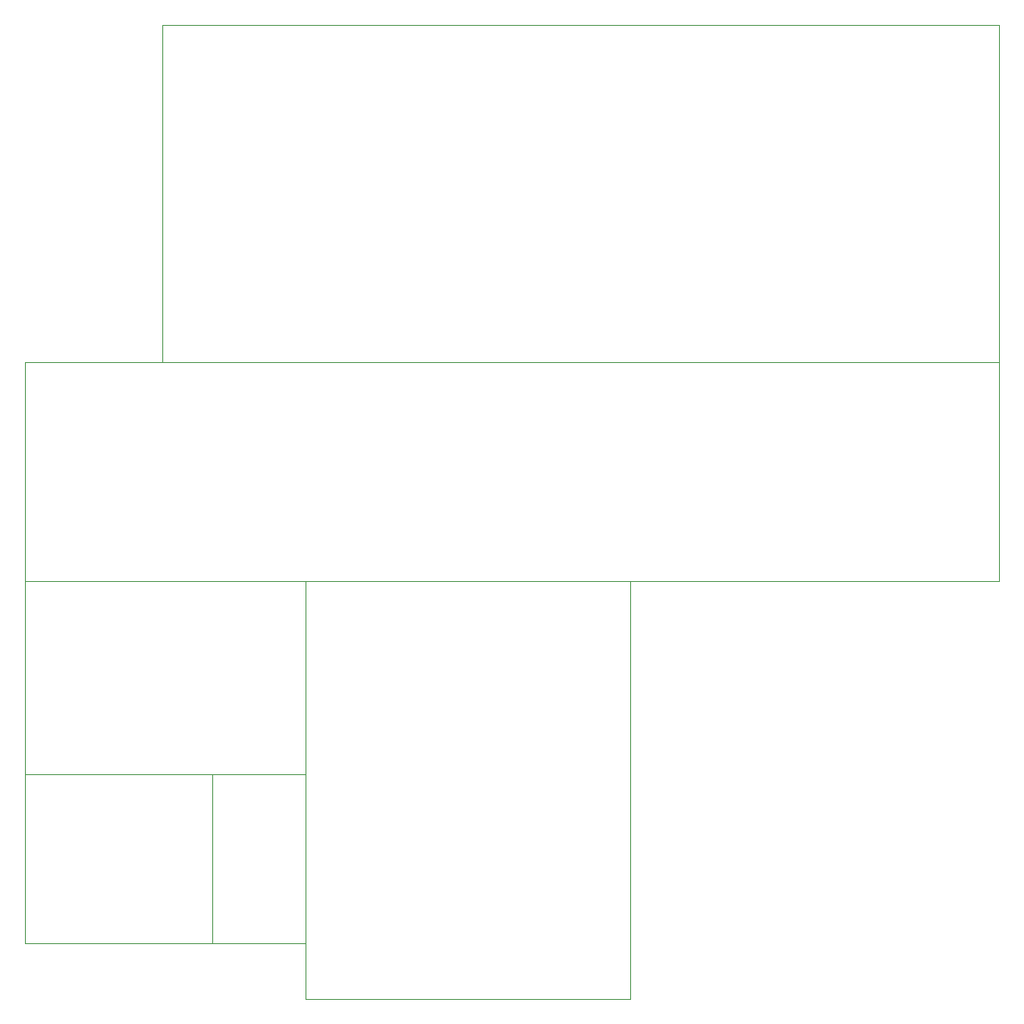
<source format=gbr>
G04 (created by PCBNEW (2013-07-07 BZR 4022)-stable) date 2014-10-27 00:32:54*
%MOIN*%
G04 Gerber Fmt 3.4, Leading zero omitted, Abs format*
%FSLAX34Y34*%
G01*
G70*
G90*
G04 APERTURE LIST*
%ADD10C,0.00590551*%
%ADD11C,0.00393701*%
G04 APERTURE END LIST*
G54D10*
G54D11*
X32250Y-44000D02*
X19250Y-44000D01*
X47000Y-18500D02*
X47000Y-27250D01*
X47000Y-5000D02*
X47000Y-18500D01*
X8000Y-27250D02*
X8000Y-27000D01*
X8000Y-41750D02*
X8000Y-27250D01*
X15500Y-41750D02*
X19250Y-41750D01*
X32250Y-44000D02*
X32250Y-27250D01*
X19250Y-44000D02*
X19250Y-43750D01*
X19250Y-35000D02*
X19250Y-44000D01*
X15500Y-41750D02*
X8000Y-41750D01*
X15500Y-41500D02*
X15500Y-41750D01*
X15500Y-35000D02*
X15500Y-41500D01*
X19250Y-35000D02*
X8000Y-35000D01*
X19250Y-27250D02*
X19250Y-35000D01*
X8000Y-18500D02*
X8000Y-27250D01*
X47000Y-5000D02*
X13500Y-5000D01*
X47000Y-27250D02*
X8000Y-27250D01*
X13500Y-18500D02*
X13500Y-5000D01*
X47000Y-18500D02*
X8000Y-18500D01*
M02*

</source>
